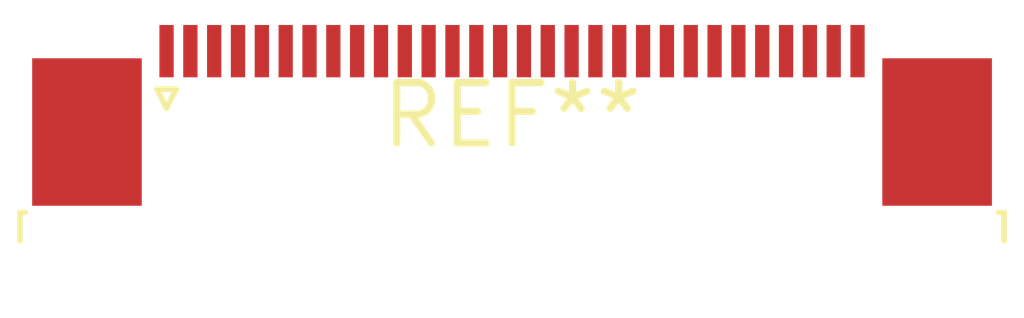
<source format=kicad_pcb>
(kicad_pcb (version 20240108) (generator pcbnew)
  (layers (0 "F.Cu" signal) (31 "B.Cu" signal) (34 "B.Paste" user) (35 "F.Paste" user) (36 "B.SilkS" user "B.Silkscreen") (37 "F.SilkS" user "F.Silkscreen") (38 "B.Mask" user) (39 "F.Mask" user) (44 "Edge.Cuts" user))
  (net 0 "")
  (footprint "TE_3-1734839-0_1x30-1MP_P0.5mm_Horizontal" (layer "F.Cu") (at 0 0)
    (property "Reference" "REF**")
    (property "Value" "PCB Edge")
    (fp_line (start -10.325 2.04) (end -10.325 2.64) (layer "F.SilkS") (stroke (width 0.12)))
    (fp_line (start -10.215 2.04) (end -10.325 2.04) (layer "F.SilkS") (stroke (width 0.12)))
    (fp_line (start -7.45 -0.55) (end -7.25 -0.15) (layer "F.SilkS") (stroke (width 0.12)))
    (fp_line (start -7.25 -0.15) (end -7.05 -0.55) (layer "F.SilkS") (stroke (width 0.12)))
    (fp_line (start -7.05 -0.55) (end -7.45 -0.55) (layer "F.SilkS") (stroke (width 0.12)))
    (fp_line (start 10.215 2.04) (end 10.325 2.04) (layer "F.SilkS") (stroke (width 0.12)))
    (fp_line (start 10.325 2.04) (end 10.325 2.64) (layer "F.SilkS") (stroke (width 0.12)))
    (pad "1" smd rect (at -7.25 -1.35) (size 0.3 1.1) (layers "F.Cu" "F.Paste" "F.Mask"))
    (pad "2" smd rect (at -6.75 -1.35) (size 0.3 1.1) (layers "F.Cu" "F.Paste" "F.Mask"))
    (pad "3" smd rect (at -6.25 -1.35) (size 0.3 1.1) (layers "F.Cu" "F.Paste" "F.Mask"))
    (pad "4" smd rect (at -5.75 -1.35) (size 0.3 1.1) (layers "F.Cu" "F.Paste" "F.Mask"))
    (pad "5" smd rect (at -5.25 -1.35) (size 0.3 1.1) (layers "F.Cu" "F.Paste" "F.Mask"))
    (pad "6" smd rect (at -4.75 -1.35) (size 0.3 1.1) (layers "F.Cu" "F.Paste" "F.Mask"))
    (pad "7" smd rect (at -4.25 -1.35) (size 0.3 1.1) (layers "F.Cu" "F.Paste" "F.Mask"))
    (pad "8" smd rect (at -3.75 -1.35) (size 0.3 1.1) (layers "F.Cu" "F.Paste" "F.Mask"))
    (pad "9" smd rect (at -3.25 -1.35) (size 0.3 1.1) (layers "F.Cu" "F.Paste" "F.Mask"))
    (pad "10" smd rect (at -2.75 -1.35) (size 0.3 1.1) (layers "F.Cu" "F.Paste" "F.Mask"))
    (pad "11" smd rect (at -2.25 -1.35) (size 0.3 1.1) (layers "F.Cu" "F.Paste" "F.Mask"))
    (pad "12" smd rect (at -1.75 -1.35) (size 0.3 1.1) (layers "F.Cu" "F.Paste" "F.Mask"))
    (pad "13" smd rect (at -1.25 -1.35) (size 0.3 1.1) (layers "F.Cu" "F.Paste" "F.Mask"))
    (pad "14" smd rect (at -0.75 -1.35) (size 0.3 1.1) (layers "F.Cu" "F.Paste" "F.Mask"))
    (pad "15" smd rect (at -0.25 -1.35) (size 0.3 1.1) (layers "F.Cu" "F.Paste" "F.Mask"))
    (pad "16" smd rect (at 0.25 -1.35) (size 0.3 1.1) (layers "F.Cu" "F.Paste" "F.Mask"))
    (pad "17" smd rect (at 0.75 -1.35) (size 0.3 1.1) (layers "F.Cu" "F.Paste" "F.Mask"))
    (pad "18" smd rect (at 1.25 -1.35) (size 0.3 1.1) (layers "F.Cu" "F.Paste" "F.Mask"))
    (pad "19" smd rect (at 1.75 -1.35) (size 0.3 1.1) (layers "F.Cu" "F.Paste" "F.Mask"))
    (pad "20" smd rect (at 2.25 -1.35) (size 0.3 1.1) (layers "F.Cu" "F.Paste" "F.Mask"))
    (pad "21" smd rect (at 2.75 -1.35) (size 0.3 1.1) (layers "F.Cu" "F.Paste" "F.Mask"))
    (pad "22" smd rect (at 3.25 -1.35) (size 0.3 1.1) (layers "F.Cu" "F.Paste" "F.Mask"))
    (pad "23" smd rect (at 3.75 -1.35) (size 0.3 1.1) (layers "F.Cu" "F.Paste" "F.Mask"))
    (pad "24" smd rect (at 4.25 -1.35) (size 0.3 1.1) (layers "F.Cu" "F.Paste" "F.Mask"))
    (pad "25" smd rect (at 4.75 -1.35) (size 0.3 1.1) (layers "F.Cu" "F.Paste" "F.Mask"))
    (pad "26" smd rect (at 5.25 -1.35) (size 0.3 1.1) (layers "F.Cu" "F.Paste" "F.Mask"))
    (pad "27" smd rect (at 5.75 -1.35) (size 0.3 1.1) (layers "F.Cu" "F.Paste" "F.Mask"))
    (pad "28" smd rect (at 6.25 -1.35) (size 0.3 1.1) (layers "F.Cu" "F.Paste" "F.Mask"))
    (pad "29" smd rect (at 6.75 -1.35) (size 0.3 1.1) (layers "F.Cu" "F.Paste" "F.Mask"))
    (pad "30" smd rect (at 7.25 -1.35) (size 0.3 1.1) (layers "F.Cu" "F.Paste" "F.Mask"))
    (pad "MP" smd rect (at -8.92 0.35) (size 2.3 3.1) (layers "F.Cu" "F.Paste" "F.Mask"))
    (pad "MP" smd rect (at 8.92 0.35) (size 2.3 3.1) (layers "F.Cu" "F.Paste" "F.Mask"))
  )
)
</source>
